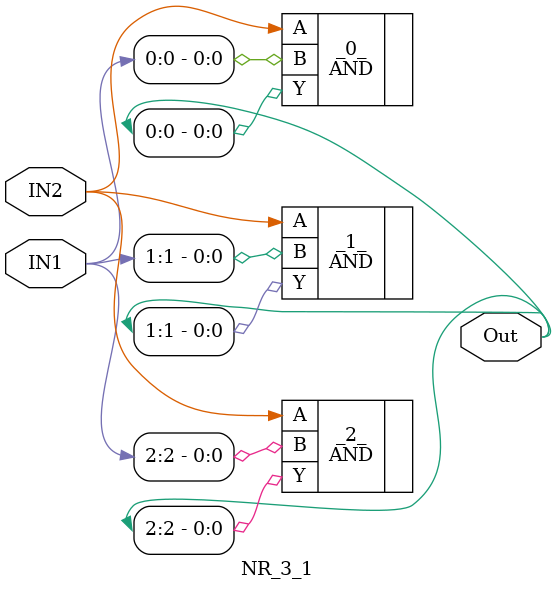
<source format=v>
/* Generated by Yosys 0.45+139 (git sha1 8e1e2b9a3, g++ 12.2.0-14 -fPIC -O3) */

module NR_3_1(IN1, IN2, Out);
  input [2:0] IN1;
  wire [2:0] IN1;
  input IN2;
  wire IN2;
  output [2:0] Out;
  wire [2:0] Out;
  AND _0_ (
    .A(IN2),
    .B(IN1[0]),
    .Y(Out[0])
  );
  AND _1_ (
    .A(IN2),
    .B(IN1[1]),
    .Y(Out[1])
  );
  AND _2_ (
    .A(IN2),
    .B(IN1[2]),
    .Y(Out[2])
  );
endmodule

</source>
